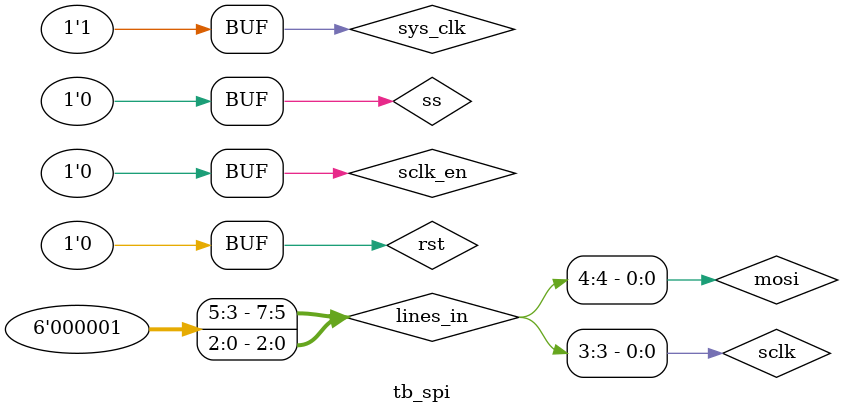
<source format=v>
`default_nettype none
`timescale 1us/1ns

/*
this testbench just instantiates the module and makes some convenient wires
that can be driven / tested by the cocotb test.py
*/

module tb_spi;
	//SPI I/F
	reg ss;
	reg sclk;
	wire miso;
	reg mosi;

	//Outputs

	wire [7:0] lines_in;
	wire [7:0] lines_out;

	reg sys_clk;
	reg rst;
	reg [7:0] uc_data;
	//inputs
	assign lines_in[0] = sys_clk;
	assign lines_in[1] = rst;
	assign lines_in[2] = ss;
	assign lines_in[3] = sclk;
	assign lines_in[4] = mosi;
	assign lines_in[7:5] = 3'b0;
	//outputs

	assign miso = lines_out[0];
	wire sclk_en;

    // instantiate the DUT
	sbasu3_top DUT(.io_in(lines_in) , .io_out(lines_out));
    // this part dumps the trace to a vcd file that can be viewed with GTKWave
    initial begin
        $dumpfile ("tb_spi.vcd");
        $dumpvars;
		sclk = 1'b0;
		rst = 1'b0;
		mosi = 1'b0;
		#20;
		rst = 1'b1;
		#20;
		rst = 1'b0;
		uc_data = 8'b10000000; //RESET CMD
		//latch = 1'b0;
		#20;
		ss = 1'b1;
		#170;
		ss = 1'b0;

		uc_data = 8'b00000000; //RESET DATA
		//latch = 1'b0;
		#20;
		ss = 1'b1;
		#170;
		ss = 1'b0;

		uc_data = 8'b10000000; //MODE CMD
		//latch = 1'b0;
		#20;
		ss = 1'b1;
		#170;
		ss = 1'b0;

		uc_data = 8'b0001000; //MODE DATA
		//latch = 1'b0;
		#20;
		ss = 1'b1;
		#170;
		ss = 1'b0;

		uc_data = 8'b10011011; //GPIO WRITE CMD
		//latch = 1'b0;
		#20;
		ss = 1'b1;
		#170;
		ss = 1'b0;

		uc_data = 8'b10101010; //GPIO WRITE DATA
		//latch = 1'b0;
		#20;
		ss = 1'b1;
		#170;
		ss = 1'b0;

    end

	assign sclk_en = sclk & ss;
	
	always 
		begin
		sys_clk = 1'b0;
		#1;
		sys_clk = 1'b1;
		#1;
		end

	always@(posedge sys_clk)
	begin
		if(ss)
			#10 sclk = ~sclk;
		else
			#1 sclk = 1'b0;
	end

	always@(posedge sclk_en) begin
		if(ss)
			{mosi,uc_data} <= {uc_data,miso};
	end

endmodule

</source>
